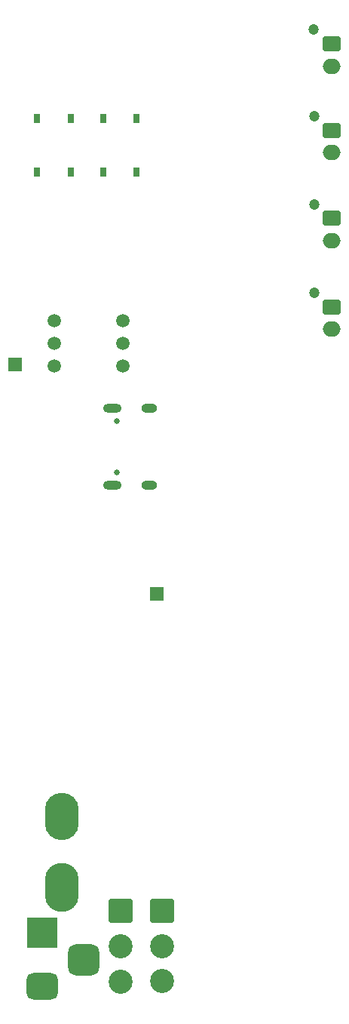
<source format=gbr>
%TF.GenerationSoftware,KiCad,Pcbnew,7.0.6*%
%TF.CreationDate,2023-07-31T04:45:07-07:00*%
%TF.ProjectId,LED_Wled,4c45445f-576c-4656-942e-6b696361645f,rev?*%
%TF.SameCoordinates,Original*%
%TF.FileFunction,Soldermask,Bot*%
%TF.FilePolarity,Negative*%
%FSLAX46Y46*%
G04 Gerber Fmt 4.6, Leading zero omitted, Abs format (unit mm)*
G04 Created by KiCad (PCBNEW 7.0.6) date 2023-07-31 04:45:07*
%MOMM*%
%LPD*%
G01*
G04 APERTURE LIST*
G04 Aperture macros list*
%AMRoundRect*
0 Rectangle with rounded corners*
0 $1 Rounding radius*
0 $2 $3 $4 $5 $6 $7 $8 $9 X,Y pos of 4 corners*
0 Add a 4 corners polygon primitive as box body*
4,1,4,$2,$3,$4,$5,$6,$7,$8,$9,$2,$3,0*
0 Add four circle primitives for the rounded corners*
1,1,$1+$1,$2,$3*
1,1,$1+$1,$4,$5*
1,1,$1+$1,$6,$7*
1,1,$1+$1,$8,$9*
0 Add four rect primitives between the rounded corners*
20,1,$1+$1,$2,$3,$4,$5,0*
20,1,$1+$1,$4,$5,$6,$7,0*
20,1,$1+$1,$6,$7,$8,$9,0*
20,1,$1+$1,$8,$9,$2,$3,0*%
G04 Aperture macros list end*
%ADD10RoundRect,0.250001X-1.099999X1.099999X-1.099999X-1.099999X1.099999X-1.099999X1.099999X1.099999X0*%
%ADD11C,2.700000*%
%ADD12O,2.000000X1.700000*%
%ADD13RoundRect,0.250000X-0.750000X0.600000X-0.750000X-0.600000X0.750000X-0.600000X0.750000X0.600000X0*%
%ADD14C,1.200000*%
%ADD15R,3.500000X3.500000*%
%ADD16RoundRect,0.750000X1.000000X-0.750000X1.000000X0.750000X-1.000000X0.750000X-1.000000X-0.750000X0*%
%ADD17RoundRect,0.875000X0.875000X-0.875000X0.875000X0.875000X-0.875000X0.875000X-0.875000X-0.875000X0*%
%ADD18C,0.650000*%
%ADD19O,2.100000X1.000000*%
%ADD20O,1.800000X1.000000*%
%ADD21O,3.800000X5.500000*%
%ADD22O,3.800000X5.300000*%
%ADD23R,1.500000X1.500000*%
%ADD24C,1.500000*%
%ADD25R,0.750000X1.000000*%
G04 APERTURE END LIST*
D10*
%TO.C,J4*%
X203666000Y-144598500D03*
D11*
X203666000Y-148558500D03*
X203666000Y-152518500D03*
%TD*%
D10*
%TO.C,J1*%
X208280000Y-144579200D03*
D11*
X208280000Y-148539200D03*
X208280000Y-152499200D03*
%TD*%
D12*
%TO.C,J11*%
X227324600Y-49819400D03*
D13*
X227324600Y-47319400D03*
D14*
X225324600Y-45719400D03*
%TD*%
D15*
%TO.C,J2*%
X194825700Y-147060400D03*
D16*
X194825700Y-153060400D03*
D17*
X199525700Y-150060400D03*
%TD*%
D18*
%TO.C,J8*%
X203185800Y-95396800D03*
X203185800Y-89616800D03*
D19*
X202665800Y-96826800D03*
D20*
X206865800Y-96826800D03*
D19*
X202665800Y-88186800D03*
D20*
X206865800Y-88186800D03*
%TD*%
D12*
%TO.C,J15*%
X227365400Y-59547200D03*
D13*
X227365400Y-57047200D03*
D14*
X225365400Y-55447200D03*
%TD*%
%TO.C,J12*%
X225365400Y-75239200D03*
D13*
X227365400Y-76839200D03*
D12*
X227365400Y-79339200D03*
%TD*%
D14*
%TO.C,J13*%
X225365400Y-65313200D03*
D13*
X227365400Y-66913200D03*
D12*
X227365400Y-69413200D03*
%TD*%
D21*
%TO.C,F1*%
X197053200Y-141986000D03*
D22*
X197053200Y-133986000D03*
%TD*%
D23*
%TO.C,J6*%
X207700000Y-109000000D03*
%TD*%
D24*
%TO.C,U4*%
X203849600Y-83464400D03*
X203849600Y-80924400D03*
X203849600Y-78384400D03*
X196149600Y-78384400D03*
X196149600Y-80924400D03*
X196149600Y-83464400D03*
%TD*%
D23*
%TO.C,J3*%
X191770000Y-83312000D03*
%TD*%
D25*
%TO.C,SW2*%
X198018400Y-61676800D03*
X198018400Y-55676800D03*
X194268400Y-61676800D03*
X194268400Y-55676800D03*
%TD*%
%TO.C,SW1*%
X201676000Y-55676800D03*
X201676000Y-61676800D03*
X205426000Y-55676800D03*
X205426000Y-61676800D03*
%TD*%
M02*

</source>
